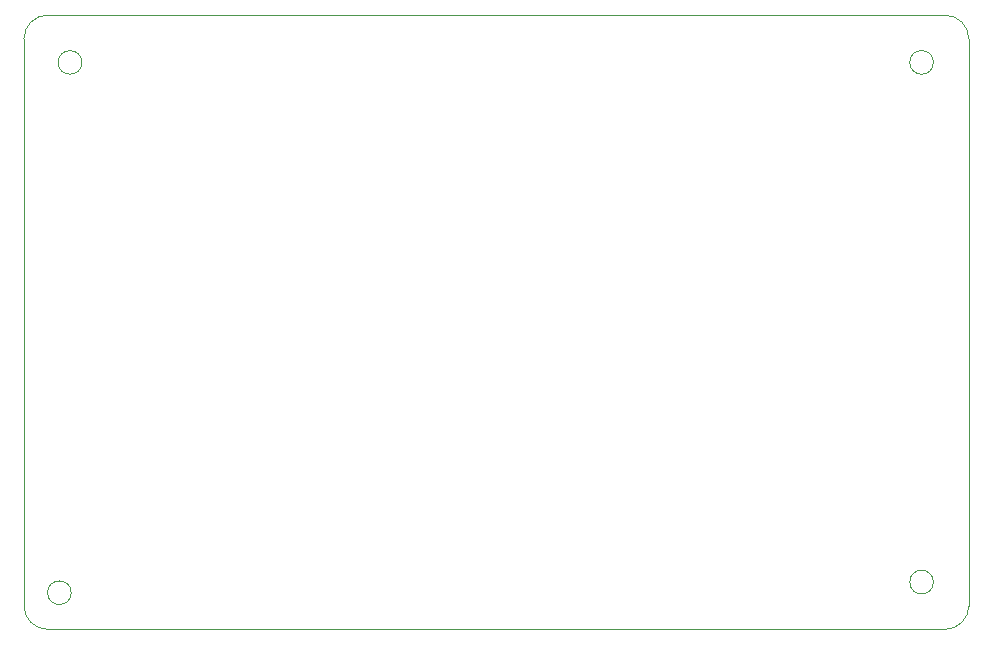
<source format=gm1>
G04 #@! TF.GenerationSoftware,KiCad,Pcbnew,9.0.2*
G04 #@! TF.CreationDate,2025-07-10T23:05:19-07:00*
G04 #@! TF.ProjectId,Digi-Clock,44696769-2d43-46c6-9f63-6b2e6b696361,rev?*
G04 #@! TF.SameCoordinates,Original*
G04 #@! TF.FileFunction,Profile,NP*
%FSLAX46Y46*%
G04 Gerber Fmt 4.6, Leading zero omitted, Abs format (unit mm)*
G04 Created by KiCad (PCBNEW 9.0.2) date 2025-07-10 23:05:19*
%MOMM*%
%LPD*%
G01*
G04 APERTURE LIST*
G04 #@! TA.AperFunction,Profile*
%ADD10C,0.050000*%
G04 #@! TD*
G04 APERTURE END LIST*
D10*
X205000000Y-103000000D02*
G75*
G02*
X203000000Y-105000000I-2000000J0D01*
G01*
X125000000Y-103000000D02*
X125000000Y-55000000D01*
X205000000Y-55000000D02*
X205000000Y-103000000D01*
X127000000Y-105000000D02*
G75*
G02*
X125000000Y-103000000I0J2000000D01*
G01*
X127000000Y-53000000D02*
X203000000Y-53000000D01*
X202000000Y-101000000D02*
G75*
G02*
X200000000Y-101000000I-1000000J0D01*
G01*
X200000000Y-101000000D02*
G75*
G02*
X202000000Y-101000000I1000000J0D01*
G01*
X203000000Y-105000000D02*
X127000000Y-105000000D01*
X202000000Y-57000000D02*
G75*
G02*
X200000000Y-57000000I-1000000J0D01*
G01*
X200000000Y-57000000D02*
G75*
G02*
X202000000Y-57000000I1000000J0D01*
G01*
X129900000Y-57000000D02*
G75*
G02*
X127900000Y-57000000I-1000000J0D01*
G01*
X127900000Y-57000000D02*
G75*
G02*
X129900000Y-57000000I1000000J0D01*
G01*
X125000000Y-55000000D02*
G75*
G02*
X127000000Y-53000000I2000000J0D01*
G01*
X129000000Y-101900000D02*
G75*
G02*
X127000000Y-101900000I-1000000J0D01*
G01*
X127000000Y-101900000D02*
G75*
G02*
X129000000Y-101900000I1000000J0D01*
G01*
X203000000Y-53000000D02*
G75*
G02*
X205000000Y-55000000I0J-2000000D01*
G01*
M02*

</source>
